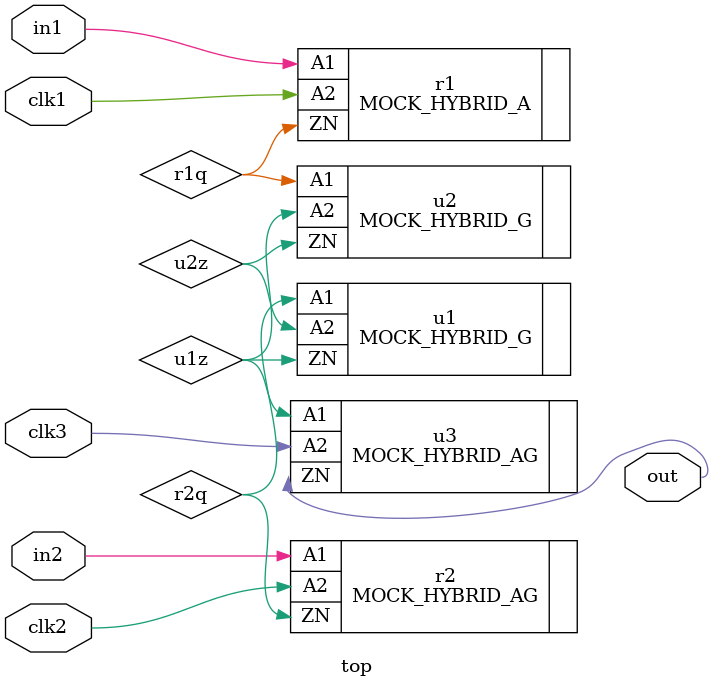
<source format=v>
module top (in1, in2, clk1, clk2, clk3, out);
    input in1, in2, clk1, clk2, clk3;
    output out;
    wire r1q, r2q, u1z, u2z;
    MOCK_HYBRID_A r1 (.A1(in1), .A2(clk1), .ZN(r1q));
    MOCK_HYBRID_G u2 (.A1(r1q), .A2(u1z), .ZN(u2z));
    MOCK_HYBRID_AG r2 (.A1(in2), .A2(clk2), .ZN(r2q));
    MOCK_HYBRID_G u1 (.A1(r2q), .A2(u2z), .ZN(u1z));
    MOCK_HYBRID_AG u3 (.A1(u1z), .A2(clk3), .ZN(out));
endmodule // top

</source>
